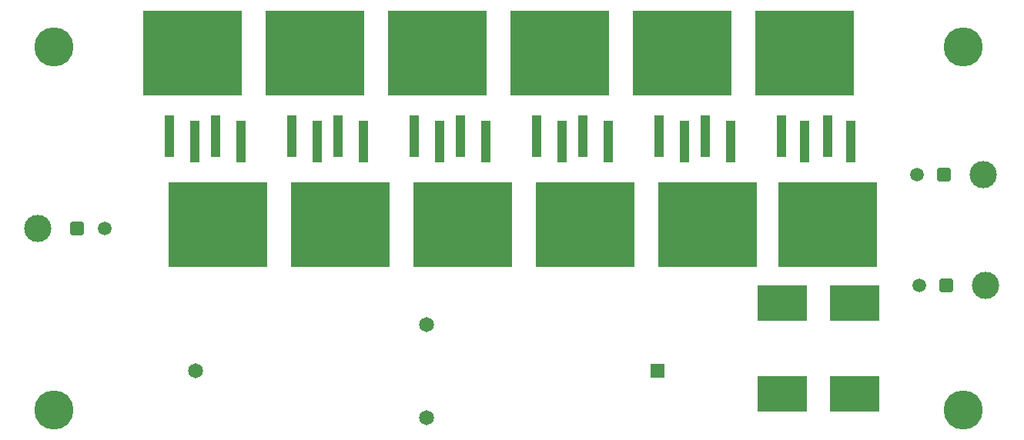
<source format=gbr>
%TF.GenerationSoftware,KiCad,Pcbnew,(6.0.7-1)-1*%
%TF.CreationDate,2022-12-17T15:07:59-05:00*%
%TF.ProjectId,ResistorNetwork,52657369-7374-46f7-924e-6574776f726b,rev?*%
%TF.SameCoordinates,Original*%
%TF.FileFunction,Soldermask,Top*%
%TF.FilePolarity,Negative*%
%FSLAX46Y46*%
G04 Gerber Fmt 4.6, Leading zero omitted, Abs format (unit mm)*
G04 Created by KiCad (PCBNEW (6.0.7-1)-1) date 2022-12-17 15:07:59*
%MOMM*%
%LPD*%
G01*
G04 APERTURE LIST*
G04 Aperture macros list*
%AMRoundRect*
0 Rectangle with rounded corners*
0 $1 Rounding radius*
0 $2 $3 $4 $5 $6 $7 $8 $9 X,Y pos of 4 corners*
0 Add a 4 corners polygon primitive as box body*
4,1,4,$2,$3,$4,$5,$6,$7,$8,$9,$2,$3,0*
0 Add four circle primitives for the rounded corners*
1,1,$1+$1,$2,$3*
1,1,$1+$1,$4,$5*
1,1,$1+$1,$6,$7*
1,1,$1+$1,$8,$9*
0 Add four rect primitives between the rounded corners*
20,1,$1+$1,$2,$3,$4,$5,0*
20,1,$1+$1,$4,$5,$6,$7,0*
20,1,$1+$1,$6,$7,$8,$9,0*
20,1,$1+$1,$8,$9,$2,$3,0*%
G04 Aperture macros list end*
%ADD10R,1.100000X4.600000*%
%ADD11R,10.800000X9.400000*%
%ADD12C,3.000000*%
%ADD13RoundRect,0.250001X-0.499999X0.499999X-0.499999X-0.499999X0.499999X-0.499999X0.499999X0.499999X0*%
%ADD14C,1.500000*%
%ADD15C,4.300000*%
%ADD16R,5.500000X3.900000*%
%ADD17RoundRect,0.250001X0.499999X-0.499999X0.499999X0.499999X-0.499999X0.499999X-0.499999X-0.499999X0*%
%ADD18R,1.650000X1.650000*%
%ADD19C,1.650000*%
G04 APERTURE END LIST*
D10*
%TO.C,R11*%
X118645000Y-43470000D03*
D11*
X116105000Y-52620000D03*
D10*
X113565000Y-43470000D03*
%TD*%
%TO.C,R9*%
X105432000Y-43470000D03*
D11*
X102892000Y-52620000D03*
D10*
X100352000Y-43470000D03*
%TD*%
D12*
%TO.C,J1*%
X133245000Y-47120000D03*
D13*
X128925000Y-47120000D03*
D14*
X125925000Y-47120000D03*
%TD*%
D10*
%TO.C,R10*%
X97593000Y-42895000D03*
D11*
X100133000Y-33745000D03*
D10*
X102673000Y-42895000D03*
%TD*%
%TO.C,R6*%
X70669000Y-42895000D03*
D11*
X73209000Y-33745000D03*
D10*
X75749000Y-42895000D03*
%TD*%
D15*
%TO.C,H2*%
X131000000Y-73000000D03*
%TD*%
D11*
%TO.C,R5*%
X75968000Y-52620000D03*
D10*
X78508000Y-43470000D03*
X73428000Y-43470000D03*
%TD*%
D15*
%TO.C,H1*%
X31000000Y-73000000D03*
%TD*%
D12*
%TO.C,J2*%
X133485000Y-59250000D03*
D13*
X129165000Y-59250000D03*
D14*
X126165000Y-59250000D03*
%TD*%
D16*
%TO.C,R14*%
X111105000Y-61245000D03*
X111105000Y-71245000D03*
%TD*%
D11*
%TO.C,R1*%
X49044000Y-52620000D03*
D10*
X51584000Y-43470000D03*
X46504000Y-43470000D03*
%TD*%
D15*
%TO.C,H3*%
X131000000Y-33000000D03*
%TD*%
D11*
%TO.C,R7*%
X89430000Y-52620000D03*
D10*
X91970000Y-43470000D03*
X86890000Y-43470000D03*
%TD*%
%TO.C,R12*%
X111055000Y-42895000D03*
D11*
X113595000Y-33745000D03*
D10*
X116135000Y-42895000D03*
%TD*%
%TO.C,R2*%
X43745000Y-42895000D03*
D11*
X46285000Y-33745000D03*
D10*
X48825000Y-42895000D03*
%TD*%
D15*
%TO.C,H4*%
X31000000Y-33000000D03*
%TD*%
D12*
%TO.C,J3*%
X29265000Y-53000000D03*
D17*
X33585000Y-53000000D03*
D14*
X36585000Y-53000000D03*
%TD*%
D10*
%TO.C,R4*%
X57207000Y-42895000D03*
D11*
X59747000Y-33745000D03*
D10*
X62287000Y-42895000D03*
%TD*%
D11*
%TO.C,R3*%
X62506000Y-52620000D03*
D10*
X65046000Y-43470000D03*
X59966000Y-43470000D03*
%TD*%
D18*
%TO.C,K1*%
X97400000Y-68725000D03*
D19*
X46600000Y-68725000D03*
X72000000Y-63625000D03*
X72000000Y-73825000D03*
%TD*%
D11*
%TO.C,R8*%
X86671000Y-33745000D03*
D10*
X84131000Y-42895000D03*
X89211000Y-42895000D03*
%TD*%
D16*
%TO.C,R13*%
X119105000Y-61245000D03*
X119105000Y-71245000D03*
%TD*%
M02*

</source>
